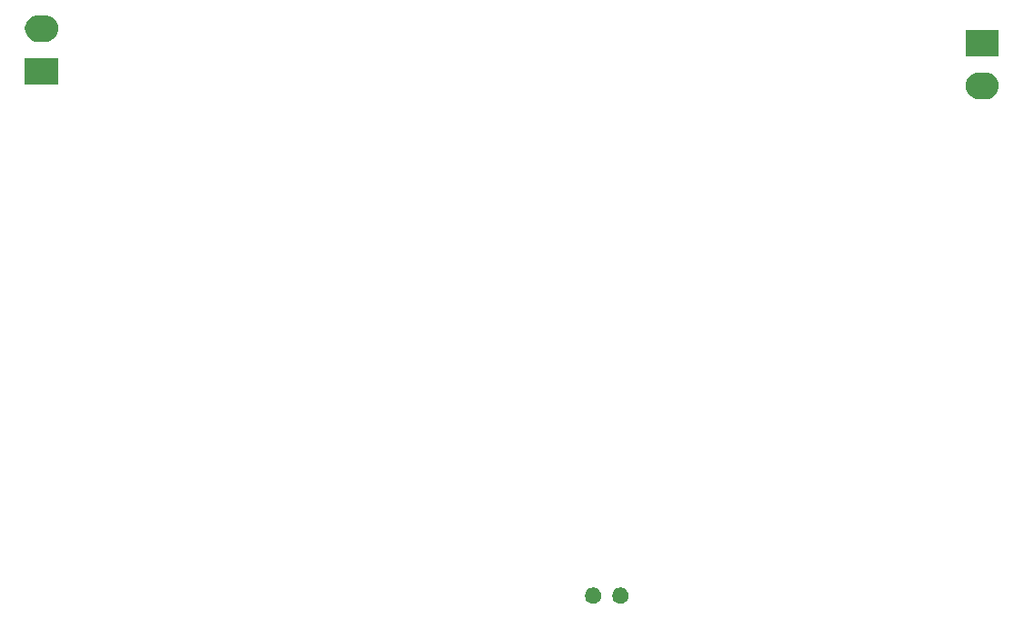
<source format=gbr>
G04 #@! TF.GenerationSoftware,KiCad,Pcbnew,(5.1.0-0)*
G04 #@! TF.CreationDate,2019-05-04T19:21:20+01:00*
G04 #@! TF.ProjectId,LTC3780,4c544333-3738-4302-9e6b-696361645f70,rev?*
G04 #@! TF.SameCoordinates,Original*
G04 #@! TF.FileFunction,Soldermask,Bot*
G04 #@! TF.FilePolarity,Negative*
%FSLAX46Y46*%
G04 Gerber Fmt 4.6, Leading zero omitted, Abs format (unit mm)*
G04 Created by KiCad (PCBNEW (5.1.0-0)) date 2019-05-04 19:21:20*
%MOMM*%
%LPD*%
G04 APERTURE LIST*
%ADD10C,0.100000*%
G04 APERTURE END LIST*
D10*
G36*
X178400059Y-103130840D02*
G01*
X178536732Y-103187452D01*
X178659735Y-103269640D01*
X178764340Y-103374245D01*
X178846528Y-103497248D01*
X178903140Y-103633921D01*
X178932000Y-103779013D01*
X178932000Y-103926947D01*
X178903140Y-104072039D01*
X178846528Y-104208712D01*
X178764340Y-104331715D01*
X178659735Y-104436320D01*
X178536732Y-104518508D01*
X178536731Y-104518509D01*
X178536730Y-104518509D01*
X178400059Y-104575120D01*
X178254968Y-104603980D01*
X178107032Y-104603980D01*
X177961941Y-104575120D01*
X177825270Y-104518509D01*
X177825269Y-104518509D01*
X177825268Y-104518508D01*
X177702265Y-104436320D01*
X177597660Y-104331715D01*
X177515472Y-104208712D01*
X177458860Y-104072039D01*
X177430000Y-103926947D01*
X177430000Y-103779013D01*
X177458860Y-103633921D01*
X177515472Y-103497248D01*
X177597660Y-103374245D01*
X177702265Y-103269640D01*
X177825268Y-103187452D01*
X177961941Y-103130840D01*
X178107032Y-103101980D01*
X178254968Y-103101980D01*
X178400059Y-103130840D01*
X178400059Y-103130840D01*
G37*
G36*
X175860059Y-103130840D02*
G01*
X175996732Y-103187452D01*
X176119735Y-103269640D01*
X176224340Y-103374245D01*
X176306528Y-103497248D01*
X176363140Y-103633921D01*
X176392000Y-103779013D01*
X176392000Y-103926947D01*
X176363140Y-104072039D01*
X176306528Y-104208712D01*
X176224340Y-104331715D01*
X176119735Y-104436320D01*
X175996732Y-104518508D01*
X175996731Y-104518509D01*
X175996730Y-104518509D01*
X175860059Y-104575120D01*
X175714968Y-104603980D01*
X175567032Y-104603980D01*
X175421941Y-104575120D01*
X175285270Y-104518509D01*
X175285269Y-104518509D01*
X175285268Y-104518508D01*
X175162265Y-104436320D01*
X175057660Y-104331715D01*
X174975472Y-104208712D01*
X174918860Y-104072039D01*
X174890000Y-103926947D01*
X174890000Y-103779013D01*
X174918860Y-103633921D01*
X174975472Y-103497248D01*
X175057660Y-103374245D01*
X175162265Y-103269640D01*
X175285268Y-103187452D01*
X175421941Y-103130840D01*
X175567032Y-103101980D01*
X175714968Y-103101980D01*
X175860059Y-103130840D01*
X175860059Y-103130840D01*
G37*
G36*
X212439438Y-55141779D02*
G01*
X212670540Y-55211883D01*
X212883525Y-55325726D01*
X213070207Y-55478933D01*
X213223414Y-55665615D01*
X213337257Y-55878600D01*
X213407361Y-56109702D01*
X213431032Y-56350040D01*
X213407361Y-56590378D01*
X213337257Y-56821480D01*
X213223414Y-57034465D01*
X213070207Y-57221147D01*
X212883525Y-57374354D01*
X212670540Y-57488197D01*
X212439438Y-57558301D01*
X212259329Y-57576040D01*
X211488871Y-57576040D01*
X211308762Y-57558301D01*
X211077660Y-57488197D01*
X210864675Y-57374354D01*
X210677993Y-57221147D01*
X210524786Y-57034465D01*
X210410943Y-56821480D01*
X210340839Y-56590378D01*
X210317168Y-56350040D01*
X210340839Y-56109702D01*
X210410943Y-55878600D01*
X210524786Y-55665615D01*
X210677993Y-55478933D01*
X210864675Y-55325726D01*
X211077660Y-55211883D01*
X211308762Y-55141779D01*
X211488871Y-55124040D01*
X212259329Y-55124040D01*
X212439438Y-55141779D01*
X212439438Y-55141779D01*
G37*
G36*
X125853520Y-56201900D02*
G01*
X122751520Y-56201900D01*
X122751520Y-53749900D01*
X125853520Y-53749900D01*
X125853520Y-56201900D01*
X125853520Y-56201900D01*
G37*
G36*
X213425100Y-53616040D02*
G01*
X210323100Y-53616040D01*
X210323100Y-51164040D01*
X213425100Y-51164040D01*
X213425100Y-53616040D01*
X213425100Y-53616040D01*
G37*
G36*
X124867858Y-49807639D02*
G01*
X125098960Y-49877743D01*
X125311945Y-49991586D01*
X125498627Y-50144793D01*
X125651834Y-50331475D01*
X125765677Y-50544460D01*
X125835781Y-50775562D01*
X125859452Y-51015900D01*
X125835781Y-51256238D01*
X125765677Y-51487340D01*
X125651834Y-51700325D01*
X125498627Y-51887007D01*
X125311945Y-52040214D01*
X125098960Y-52154057D01*
X124867858Y-52224161D01*
X124687749Y-52241900D01*
X123917291Y-52241900D01*
X123737182Y-52224161D01*
X123506080Y-52154057D01*
X123293095Y-52040214D01*
X123106413Y-51887007D01*
X122953206Y-51700325D01*
X122839363Y-51487340D01*
X122769259Y-51256238D01*
X122745588Y-51015900D01*
X122769259Y-50775562D01*
X122839363Y-50544460D01*
X122953206Y-50331475D01*
X123106413Y-50144793D01*
X123293095Y-49991586D01*
X123506080Y-49877743D01*
X123737182Y-49807639D01*
X123917291Y-49789900D01*
X124687749Y-49789900D01*
X124867858Y-49807639D01*
X124867858Y-49807639D01*
G37*
M02*

</source>
